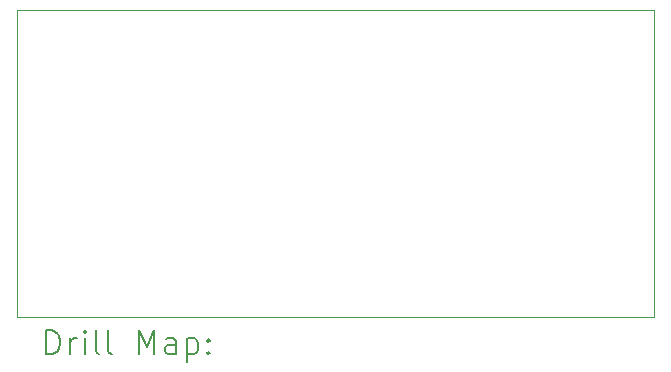
<source format=gbr>
%TF.GenerationSoftware,KiCad,Pcbnew,6.0.10-86aedd382b~118~ubuntu18.04.1*%
%TF.CreationDate,2024-01-19T12:14:30+00:00*%
%TF.ProjectId,ReTuLaReMake,52655475-4c61-4526-954d-616b652e6b69,rev?*%
%TF.SameCoordinates,Original*%
%TF.FileFunction,Drillmap*%
%TF.FilePolarity,Positive*%
%FSLAX45Y45*%
G04 Gerber Fmt 4.5, Leading zero omitted, Abs format (unit mm)*
G04 Created by KiCad (PCBNEW 6.0.10-86aedd382b~118~ubuntu18.04.1) date 2024-01-19 12:14:30*
%MOMM*%
%LPD*%
G01*
G04 APERTURE LIST*
%ADD10C,0.100000*%
%ADD11C,0.200000*%
G04 APERTURE END LIST*
D10*
X15400000Y-10638000D02*
X10000000Y-10638000D01*
X10000000Y-10638000D02*
X10000000Y-13238000D01*
X10000000Y-13238000D02*
X15400000Y-13238000D01*
X15400000Y-13238000D02*
X15400000Y-10638000D01*
D11*
X10252619Y-13553476D02*
X10252619Y-13353476D01*
X10300238Y-13353476D01*
X10328810Y-13363000D01*
X10347857Y-13382048D01*
X10357381Y-13401095D01*
X10366905Y-13439190D01*
X10366905Y-13467762D01*
X10357381Y-13505857D01*
X10347857Y-13524905D01*
X10328810Y-13543952D01*
X10300238Y-13553476D01*
X10252619Y-13553476D01*
X10452619Y-13553476D02*
X10452619Y-13420143D01*
X10452619Y-13458238D02*
X10462143Y-13439190D01*
X10471667Y-13429667D01*
X10490714Y-13420143D01*
X10509762Y-13420143D01*
X10576429Y-13553476D02*
X10576429Y-13420143D01*
X10576429Y-13353476D02*
X10566905Y-13363000D01*
X10576429Y-13372524D01*
X10585952Y-13363000D01*
X10576429Y-13353476D01*
X10576429Y-13372524D01*
X10700238Y-13553476D02*
X10681190Y-13543952D01*
X10671667Y-13524905D01*
X10671667Y-13353476D01*
X10805000Y-13553476D02*
X10785952Y-13543952D01*
X10776429Y-13524905D01*
X10776429Y-13353476D01*
X11033571Y-13553476D02*
X11033571Y-13353476D01*
X11100238Y-13496333D01*
X11166905Y-13353476D01*
X11166905Y-13553476D01*
X11347857Y-13553476D02*
X11347857Y-13448714D01*
X11338333Y-13429667D01*
X11319286Y-13420143D01*
X11281190Y-13420143D01*
X11262143Y-13429667D01*
X11347857Y-13543952D02*
X11328809Y-13553476D01*
X11281190Y-13553476D01*
X11262143Y-13543952D01*
X11252619Y-13524905D01*
X11252619Y-13505857D01*
X11262143Y-13486809D01*
X11281190Y-13477286D01*
X11328809Y-13477286D01*
X11347857Y-13467762D01*
X11443095Y-13420143D02*
X11443095Y-13620143D01*
X11443095Y-13429667D02*
X11462143Y-13420143D01*
X11500238Y-13420143D01*
X11519286Y-13429667D01*
X11528809Y-13439190D01*
X11538333Y-13458238D01*
X11538333Y-13515381D01*
X11528809Y-13534428D01*
X11519286Y-13543952D01*
X11500238Y-13553476D01*
X11462143Y-13553476D01*
X11443095Y-13543952D01*
X11624048Y-13534428D02*
X11633571Y-13543952D01*
X11624048Y-13553476D01*
X11614524Y-13543952D01*
X11624048Y-13534428D01*
X11624048Y-13553476D01*
X11624048Y-13429667D02*
X11633571Y-13439190D01*
X11624048Y-13448714D01*
X11614524Y-13439190D01*
X11624048Y-13429667D01*
X11624048Y-13448714D01*
M02*

</source>
